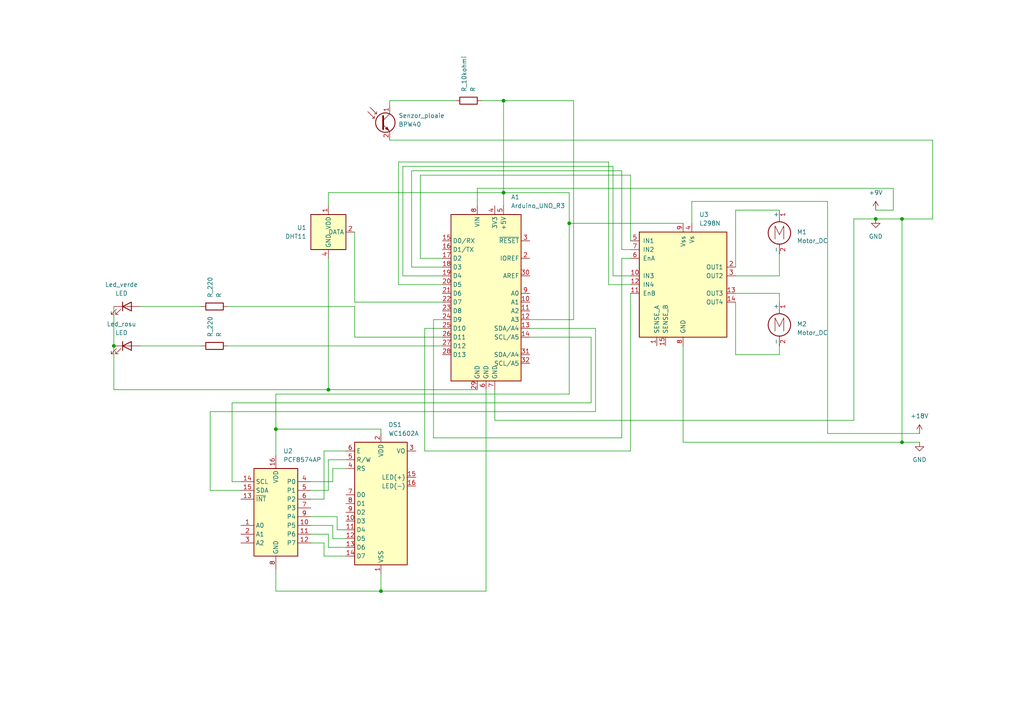
<source format=kicad_sch>
(kicad_sch (version 20250114) (generator "eeschema") (generator_version "9.0")
  (paper "A4")
  (lib_symbols
    (symbol "Device:LED" (pin_numbers (hide yes)) (pin_names (offset 1.016) (hide yes))
      (property "Reference" "D" (at 0 2.54 0))
      (property "Value" "LED" (at 0 -2.54 0))
      (symbol "LED_0_1"
        (polyline (pts (xy -3.048 -0.762) (xy -4.572 -2.286) (xy -3.81 -2.286) (xy -4.572 -2.286) (xy -4.572 -1.524)))
        (polyline (pts (xy -1.778 -0.762) (xy -3.302 -2.286) (xy -2.54 -2.286) (xy -3.302 -2.286) (xy -3.302 -1.524)))
        (polyline (pts (xy -1.27 0) (xy 1.27 0)))
        (polyline (pts (xy -1.27 -1.27) (xy -1.27 1.27)) (stroke (width 0.254)))
        (polyline (pts (xy 1.27 -1.27) (xy 1.27 1.27) (xy -1.27 0) (xy 1.27 -1.27)) (stroke (width 0.254)))
      )
      (symbol "LED_1_1"
        (pin passive line (at -3.81 0 0) (length 2.54) (name "K") (number "1"))
        (pin passive line (at 3.81 0 180) (length 2.54) (name "A") (number "2"))
      )
    )
    (symbol "Device:R" (pin_numbers (hide yes)) (pin_names (offset 0))
      (property "Reference" "R" (at 2.032 0 90))
      (property "Value" "R" (at 0 0 90))
      (symbol "R_0_1"
        (rectangle (start -1.016 -2.54) (end 1.016 2.54) (stroke (width 0.254)))
      )
      (symbol "R_1_1"
        (pin passive line (at 0 3.81 270) (length 1.27) (name "~") (number "1"))
        (pin passive line (at 0 -3.81 90) (length 1.27) (name "~") (number "2"))
      )
    )
    (symbol "Display_Character:WC1602A"
      (property "Reference" "DS" (at -5.842 19.05 0))
      (property "Value" "WC1602A" (at 5.334 19.05 0))
      (symbol "WC1602A_1_1"
        (rectangle (start -7.62 17.78) (end 7.62 -17.78) (stroke (width 0.254)) (fill (type background)))
        (pin input line (at -10.16 15.24 0) (length 2.54) (name "E") (number "6"))
        (pin input line (at -10.16 12.7 0) (length 2.54) (name "R/W") (number "5"))
        (pin input line (at -10.16 10.16 0) (length 2.54) (name "RS") (number "4"))
        (pin input line (at -10.16 2.54 0) (length 2.54) (name "D0") (number "7"))
        (pin input line (at -10.16 0 0) (length 2.54) (name "D1") (number "8"))
        (pin input line (at -10.16 -2.54 0) (length 2.54) (name "D2") (number "9"))
        (pin input line (at -10.16 -5.08 0) (length 2.54) (name "D3") (number "10"))
        (pin input line (at -10.16 -7.62 0) (length 2.54) (name "D4") (number "11"))
        (pin input line (at -10.16 -10.16 0) (length 2.54) (name "D5") (number "12"))
        (pin input line (at -10.16 -12.7 0) (length 2.54) (name "D6") (number "13"))
        (pin input line (at -10.16 -15.24 0) (length 2.54) (name "D7") (number "14"))
        (pin power_in line (at 0 20.32 270) (length 2.54) (name "VDD") (number "2"))
        (pin power_in line (at 0 -20.32 90) (length 2.54) (name "VSS") (number "1"))
        (pin input line (at 10.16 15.24 180) (length 2.54) (name "VO") (number "3"))
        (pin power_in line (at 10.16 7.62 180) (length 2.54) (name "LED(+)") (number "15"))
        (pin power_in line (at 10.16 5.08 180) (length 2.54) (name "LED(-)") (number "16"))
      )
    )
    (symbol "Driver_Motor:L298N" (pin_names (offset 1.016))
      (property "Reference" "U" (at -10.16 16.51 0))
      (property "Value" "L298N" (at 12.7 16.51 0))
      (symbol "L298N_0_1"
        (rectangle (start -12.7 15.24) (end 12.7 -15.24) (stroke (width 0.254)) (fill (type background)))
      )
      (symbol "L298N_1_1"
        (pin input line (at -15.24 12.7 0) (length 2.54) (name "IN1") (number "5"))
        (pin input line (at -15.24 10.16 0) (length 2.54) (name "IN2") (number "7"))
        (pin input line (at -15.24 7.62 0) (length 2.54) (name "EnA") (number "6"))
        (pin input line (at -15.24 2.54 0) (length 2.54) (name "IN3") (number "10"))
        (pin input line (at -15.24 0 0) (length 2.54) (name "IN4") (number "12"))
        (pin input line (at -15.24 -2.54 0) (length 2.54) (name "EnB") (number "11"))
        (pin power_in line (at -7.62 -17.78 90) (length 2.54) (name "SENSE_A") (number "1"))
        (pin power_in line (at -5.08 -17.78 90) (length 2.54) (name "SENSE_B") (number "15"))
        (pin power_in line (at 0 17.78 270) (length 2.54) (name "Vss") (number "9"))
        (pin power_in line (at 0 -17.78 90) (length 2.54) (name "GND") (number "8"))
        (pin power_in line (at 2.54 17.78 270) (length 2.54) (name "Vs") (number "4"))
        (pin output line (at 15.24 5.08 180) (length 2.54) (name "OUT1") (number "2"))
        (pin output line (at 15.24 2.54 180) (length 2.54) (name "OUT2") (number "3"))
        (pin output line (at 15.24 -2.54 180) (length 2.54) (name "OUT3") (number "13"))
        (pin output line (at 15.24 -5.08 180) (length 2.54) (name "OUT4") (number "14"))
      )
    )
    (symbol "Interface_Expansion:PCF8574AP"
      (property "Reference" "U" (at -6.35 12.954 0))
      (property "Value" "PCF8574AP" (at 3.048 12.954 0))
      (symbol "PCF8574AP_0_1"
        (rectangle (start -6.35 -13.97) (end 6.35 11.43) (stroke (width 0.254)) (fill (type background)))
      )
      (symbol "PCF8574AP_1_1"
        (pin input line (at -10.16 7.62 0) (length 3.81) (name "SCL") (number "14"))
        (pin bidirectional line (at -10.16 5.08 0) (length 3.81) (name "SDA") (number "15"))
        (pin open_collector line (at -10.16 2.54 0) (length 3.81) (name "~{INT}") (number "13"))
        (pin input line (at -10.16 -5.08 0) (length 3.81) (name "A0") (number "1"))
        (pin input line (at -10.16 -7.62 0) (length 3.81) (name "A1") (number "2"))
        (pin input line (at -10.16 -10.16 0) (length 3.81) (name "A2") (number "3"))
        (pin power_in line (at 0 15.24 270) (length 3.81) (name "VDD") (number "16"))
        (pin power_in line (at 0 -17.78 90) (length 3.81) (name "GND") (number "8"))
        (pin bidirectional line (at 10.16 7.62 180) (length 3.81) (name "P0") (number "4"))
        (pin bidirectional line (at 10.16 5.08 180) (length 3.81) (name "P1") (number "5"))
        (pin bidirectional line (at 10.16 2.54 180) (length 3.81) (name "P2") (number "6"))
        (pin bidirectional line (at 10.16 0 180) (length 3.81) (name "P3") (number "7"))
        (pin bidirectional line (at 10.16 -2.54 180) (length 3.81) (name "P4") (number "9"))
        (pin bidirectional line (at 10.16 -5.08 180) (length 3.81) (name "P5") (number "10"))
        (pin bidirectional line (at 10.16 -7.62 180) (length 3.81) (name "P6") (number "11"))
        (pin bidirectional line (at 10.16 -10.16 180) (length 3.81) (name "P7") (number "12"))
      )
    )
    (symbol "MCU_Module:Arduino_UNO_R3"
      (property "Reference" "A" (at -10.16 23.495 0))
      (property "Value" "Arduino_UNO_R3" (at 5.08 -26.67 0))
      (symbol "Arduino_UNO_R3_0_1"
        (rectangle (start -10.16 22.86) (end 10.16 -25.4) (stroke (width 0.254)) (fill (type background)))
      )
      (symbol "Arduino_UNO_R3_1_1"
        (pin bidirectional line (at -12.7 15.24 0) (length 2.54) (name "D0/RX") (number "15"))
        (pin bidirectional line (at -12.7 12.7 0) (length 2.54) (name "D1/TX") (number "16"))
        (pin bidirectional line (at -12.7 10.16 0) (length 2.54) (name "D2") (number "17"))
        (pin bidirectional line (at -12.7 7.62 0) (length 2.54) (name "D3") (number "18"))
        (pin bidirectional line (at -12.7 5.08 0) (length 2.54) (name "D4") (number "19"))
        (pin bidirectional line (at -12.7 2.54 0) (length 2.54) (name "D5") (number "20"))
        (pin bidirectional line (at -12.7 0 0) (length 2.54) (name "D6") (number "21"))
        (pin bidirectional line (at -12.7 -2.54 0) (length 2.54) (name "D7") (number "22"))
        (pin bidirectional line (at -12.7 -5.08 0) (length 2.54) (name "D8") (number "23"))
        (pin bidirectional line (at -12.7 -7.62 0) (length 2.54) (name "D9") (number "24"))
        (pin bidirectional line (at -12.7 -10.16 0) (length 2.54) (name "D10") (number "25"))
        (pin bidirectional line (at -12.7 -12.7 0) (length 2.54) (name "D11") (number "26"))
        (pin bidirectional line (at -12.7 -15.24 0) (length 2.54) (name "D12") (number "27"))
        (pin bidirectional line (at -12.7 -17.78 0) (length 2.54) (name "D13") (number "28"))
        (pin no_connect line (at -10.16 -20.32 0) (length 2.54) (hide yes) (name "NC") (number "1"))
        (pin power_in line (at -2.54 25.4 270) (length 2.54) (name "VIN") (number "8"))
        (pin power_in line (at -2.54 -27.94 90) (length 2.54) (name "GND") (number "29"))
        (pin power_in line (at 0 -27.94 90) (length 2.54) (name "GND") (number "6"))
        (pin power_out line (at 2.54 25.4 270) (length 2.54) (name "3V3") (number "4"))
        (pin power_in line (at 2.54 -27.94 90) (length 2.54) (name "GND") (number "7"))
        (pin power_out line (at 5.08 25.4 270) (length 2.54) (name "+5V") (number "5"))
        (pin input line (at 12.7 15.24 180) (length 2.54) (name "~{RESET}") (number "3"))
        (pin output line (at 12.7 10.16 180) (length 2.54) (name "IOREF") (number "2"))
        (pin input line (at 12.7 5.08 180) (length 2.54) (name "AREF") (number "30"))
        (pin bidirectional line (at 12.7 0 180) (length 2.54) (name "A0") (number "9"))
        (pin bidirectional line (at 12.7 -2.54 180) (length 2.54) (name "A1") (number "10"))
        (pin bidirectional line (at 12.7 -5.08 180) (length 2.54) (name "A2") (number "11"))
        (pin bidirectional line (at 12.7 -7.62 180) (length 2.54) (name "A3") (number "12"))
        (pin bidirectional line (at 12.7 -10.16 180) (length 2.54) (name "SDA/A4") (number "13"))
        (pin bidirectional line (at 12.7 -12.7 180) (length 2.54) (name "SCL/A5") (number "14"))
        (pin bidirectional line (at 12.7 -17.78 180) (length 2.54) (name "SDA/A4") (number "31"))
        (pin bidirectional line (at 12.7 -20.32 180) (length 2.54) (name "SCL/A5") (number "32"))
      )
    )
    (symbol "Motor:Motor_DC" (pin_names (offset 0))
      (property "Reference" "M" (at 2.54 2.54 0))
      (property "Value" "Motor_DC" (at 2.54 -5.08 0))
      (symbol "Motor_DC_0_0"
        (polyline (pts (xy -1.27 -3.302) (xy -1.27 0.508) (xy 0 -2.032) (xy 1.27 0.508) (xy 1.27 -3.302)))
      )
      (symbol "Motor_DC_0_1"
        (polyline (pts (xy 0 2.032) (xy 0 2.54)))
        (polyline (pts (xy 0 1.7272) (xy 0 2.0828)))
        (circle (center 0 -1.524) (radius 3.2512) (stroke (width 0.254)))
        (polyline (pts (xy 0 -4.7752) (xy 0 -5.1816)))
        (polyline (pts (xy 0 -7.62) (xy 0 -7.112)))
      )
      (symbol "Motor_DC_1_1"
        (pin passive line (at 0 5.08 270) (length 2.54) (name "+") (number "1"))
        (pin passive line (at 0 -7.62 90) (length 2.54) (name "-") (number "2"))
      )
    )
    (symbol "Sensor:DHT11"
      (property "Reference" "U" (at -3.81 6.35 0))
      (property "Value" "DHT11" (at 3.81 6.35 0))
      (symbol "DHT11_0_1"
        (rectangle (start -5.08 5.08) (end 5.08 -5.08) (stroke (width 0.254)) (fill (type background)))
      )
      (symbol "DHT11_1_1"
        (pin no_connect line (at -5.08 0 0) (length 2.54) (hide yes) (name "NC") (number "3"))
        (pin power_in line (at 0 7.62 270) (length 2.54) (name "VDD") (number "1"))
        (pin power_in line (at 0 -7.62 90) (length 2.54) (name "GND") (number "4"))
        (pin bidirectional line (at 7.62 0 180) (length 2.54) (name "DATA") (number "2"))
      )
    )
    (symbol "Sensor_Optical:BPW40" (pin_names (offset 0) (hide yes))
      (property "Reference" "Q" (at 5.08 1.27 0))
      (property "Value" "BPW40" (at 5.08 -1.27 0))
      (symbol "BPW40_0_1"
        (polyline (pts (xy -3.81 3.175) (xy -1.905 1.27) (xy -1.905 1.905)))
        (polyline (pts (xy -3.175 4.445) (xy -1.27 2.54) (xy -1.27 3.175)))
        (polyline (pts (xy -1.905 1.27) (xy -2.54 1.27)))
        (polyline (pts (xy -1.27 2.54) (xy -1.905 2.54)))
        (polyline (pts (xy 0.635 1.905) (xy 0.635 -1.905) (xy 0.635 -1.905)) (stroke (width 0.508)))
        (polyline (pts (xy 0.635 0.635) (xy 2.54 2.54)))
        (polyline (pts (xy 0.635 -0.635) (xy 2.54 -2.54) (xy 2.54 -2.54)))
        (circle (center 1.27 0) (radius 2.8194) (stroke (width 0.254)))
        (polyline (pts (xy 1.27 -1.778) (xy 1.778 -1.27) (xy 2.286 -2.286) (xy 1.27 -1.778) (xy 1.27 -1.778)) (fill (type outline)))
      )
      (symbol "BPW40_1_1"
        (pin passive line (at 2.54 5.08 270) (length 2.54) (name "C") (number "1"))
        (pin passive line (at 2.54 -5.08 90) (length 2.54) (name "E") (number "2"))
      )
    )
    (symbol "power:+9V" (power) (pin_numbers (hide yes)) (pin_names (offset 0) (hide yes))
      (property "Value" "+9V" (at 0 3.556 0))
      (symbol "+9V_0_1"
        (polyline (pts (xy -0.762 1.27) (xy 0 2.54)))
        (polyline (pts (xy 0 2.54) (xy 0.762 1.27)))
        (polyline (pts (xy 0 0) (xy 0 2.54)))
      )
      (symbol "+9V_1_1"
        (pin power_in line (at 0 0 90) (length 0) (name "~") (number "1"))
      )
    )
    (symbol "power:GND" (power) (pin_numbers (hide yes)) (pin_names (offset 0) (hide yes))
      (property "Value" "GND" (at 0 -3.81 0))
      (symbol "GND_0_1"
        (polyline (pts (xy 0 0) (xy 0 -1.27) (xy 1.27 -1.27) (xy 0 -2.54) (xy -1.27 -1.27) (xy 0 -1.27)))
      )
      (symbol "GND_1_1"
        (pin power_in line (at 0 0 270) (length 0) (name "~") (number "1"))
      )
    )
  )
  (junction (at 33.02 100.33))
  (junction (at 146.05 55.88))
  (junction (at 254 63.5))
  (junction (at 95.25 113.03))
  (junction (at 80.01 124.46))
  (junction (at 261.62 128.27))
  (junction (at 261.62 63.5))
  (junction (at 110.49 171.45))
  (junction (at 146.05 29.21))
  (junction (at 165.1 64.77))
  (wire (pts (xy 95.25 154.94) (xy 95.25 158.75)))
  (wire (pts (xy 261.62 63.5) (xy 254 63.5)))
  (wire (pts (xy 128.27 82.55) (xy 115.57 82.55)))
  (wire (pts (xy 102.87 88.9) (xy 102.87 97.79)))
  (wire (pts (xy 97.79 149.86) (xy 97.79 153.67)))
  (wire (pts (xy 200.66 58.42) (xy 240.03 58.42)))
  (wire (pts (xy 93.98 157.48) (xy 93.98 161.29)))
  (wire (pts (xy 128.27 77.47) (xy 119.38 77.47)))
  (wire (pts (xy 128.27 74.93) (xy 121.92 74.93)))
  (wire (pts (xy 102.87 87.63) (xy 102.87 67.31)))
  (wire (pts (xy 67.31 116.84) (xy 67.31 139.7)))
  (wire (pts (xy 80.01 132.08) (xy 80.01 124.46)))
  (wire (pts (xy 261.62 128.27) (xy 266.7 128.27)))
  (wire (pts (xy 90.17 139.7) (xy 96.52 139.7)))
  (wire (pts (xy 33.02 113.03) (xy 95.25 113.03)))
  (wire (pts (xy 90.17 157.48) (xy 93.98 157.48)))
  (wire (pts (xy 96.52 135.89) (xy 100.33 135.89)))
  (wire (pts (xy 90.17 144.78) (xy 93.98 144.78)))
  (wire (pts (xy 119.38 49.53) (xy 180.34 49.53)))
  (wire (pts (xy 247.65 63.5) (xy 254 63.5)))
  (wire (pts (xy 40.64 88.9) (xy 58.42 88.9)))
  (wire (pts (xy 60.96 142.24) (xy 69.85 142.24)))
  (wire (pts (xy 259.08 54.61) (xy 259.08 60.96)))
  (wire (pts (xy 96.52 156.21) (xy 100.33 156.21)))
  (wire (pts (xy 177.8 80.01) (xy 182.88 80.01)))
  (wire (pts (xy 93.98 161.29) (xy 100.33 161.29)))
  (wire (pts (xy 116.84 80.01) (xy 116.84 48.26)))
  (wire (pts (xy 213.36 80.01) (xy 226.06 80.01)))
  (wire (pts (xy 121.92 74.93) (xy 121.92 50.8)))
  (wire (pts (xy 80.01 124.46) (xy 80.01 114.3)))
  (wire (pts (xy 153.67 92.71) (xy 166.37 92.71)))
  (wire (pts (xy 128.27 92.71) (xy 125.73 92.71)))
  (wire (pts (xy 176.53 82.55) (xy 182.88 82.55)))
  (wire (pts (xy 80.01 114.3) (xy 165.1 114.3)))
  (wire (pts (xy 128.27 95.25) (xy 123.19 95.25)))
  (wire (pts (xy 96.52 152.4) (xy 96.52 156.21)))
  (wire (pts (xy 165.1 64.77) (xy 165.1 114.3)))
  (wire (pts (xy 95.25 55.88) (xy 146.05 55.88)))
  (wire (pts (xy 182.88 50.8) (xy 182.88 69.85)))
  (wire (pts (xy 113.03 29.21) (xy 132.08 29.21)))
  (wire (pts (xy 110.49 171.45) (xy 140.97 171.45)))
  (wire (pts (xy 213.36 85.09) (xy 226.06 85.09)))
  (wire (pts (xy 66.04 88.9) (xy 102.87 88.9)))
  (wire (pts (xy 60.96 119.38) (xy 60.96 142.24)))
  (wire (pts (xy 172.72 119.38) (xy 60.96 119.38)))
  (wire (pts (xy 80.01 171.45) (xy 110.49 171.45)))
  (wire (pts (xy 110.49 166.37) (xy 110.49 171.45)))
  (wire (pts (xy 33.02 100.33) (xy 33.02 113.03)))
  (wire (pts (xy 66.04 100.33) (xy 128.27 100.33)))
  (wire (pts (xy 128.27 87.63) (xy 102.87 87.63)))
  (wire (pts (xy 146.05 29.21) (xy 146.05 55.88)))
  (wire (pts (xy 176.53 46.99) (xy 176.53 82.55)))
  (wire (pts (xy 90.17 142.24) (xy 95.25 142.24)))
  (wire (pts (xy 180.34 74.93) (xy 182.88 74.93)))
  (wire (pts (xy 90.17 154.94) (xy 95.25 154.94)))
  (wire (pts (xy 97.79 153.67) (xy 100.33 153.67)))
  (wire (pts (xy 213.36 77.47) (xy 213.36 60.96)))
  (wire (pts (xy 226.06 85.09) (xy 226.06 87.63)))
  (wire (pts (xy 270.51 63.5) (xy 261.62 63.5)))
  (wire (pts (xy 95.25 113.03) (xy 138.43 113.03)))
  (wire (pts (xy 95.25 59.69) (xy 95.25 55.88)))
  (wire (pts (xy 261.62 63.5) (xy 261.62 128.27)))
  (wire (pts (xy 115.57 82.55) (xy 115.57 46.99)))
  (wire (pts (xy 125.73 92.71) (xy 125.73 127)))
  (wire (pts (xy 140.97 171.45) (xy 140.97 113.03)))
  (wire (pts (xy 93.98 144.78) (xy 93.98 130.81)))
  (wire (pts (xy 182.88 130.81) (xy 182.88 85.09)))
  (wire (pts (xy 240.03 125.73) (xy 266.7 125.73)))
  (wire (pts (xy 80.01 124.46) (xy 110.49 124.46)))
  (wire (pts (xy 213.36 87.63) (xy 213.36 102.87)))
  (wire (pts (xy 172.72 95.25) (xy 172.72 119.38)))
  (wire (pts (xy 123.19 95.25) (xy 123.19 130.81)))
  (wire (pts (xy 200.66 64.77) (xy 200.66 58.42)))
  (wire (pts (xy 146.05 55.88) (xy 146.05 59.69)))
  (wire (pts (xy 96.52 139.7) (xy 96.52 135.89)))
  (wire (pts (xy 138.43 59.69) (xy 138.43 54.61)))
  (wire (pts (xy 95.25 158.75) (xy 100.33 158.75)))
  (wire (pts (xy 240.03 58.42) (xy 240.03 125.73)))
  (wire (pts (xy 171.45 116.84) (xy 67.31 116.84)))
  (wire (pts (xy 153.67 97.79) (xy 171.45 97.79)))
  (wire (pts (xy 119.38 77.47) (xy 119.38 49.53)))
  (wire (pts (xy 177.8 48.26) (xy 177.8 80.01)))
  (wire (pts (xy 123.19 130.81) (xy 182.88 130.81)))
  (wire (pts (xy 93.98 130.81) (xy 100.33 130.81)))
  (wire (pts (xy 259.08 60.96) (xy 254 60.96)))
  (wire (pts (xy 198.12 128.27) (xy 261.62 128.27)))
  (wire (pts (xy 143.51 113.03) (xy 143.51 121.92)))
  (wire (pts (xy 90.17 149.86) (xy 97.79 149.86)))
  (wire (pts (xy 165.1 55.88) (xy 165.1 64.77)))
  (wire (pts (xy 180.34 127) (xy 180.34 74.93)))
  (wire (pts (xy 166.37 92.71) (xy 166.37 29.21)))
  (wire (pts (xy 80.01 165.1) (xy 80.01 171.45)))
  (wire (pts (xy 95.25 74.93) (xy 95.25 113.03)))
  (wire (pts (xy 90.17 152.4) (xy 96.52 152.4)))
  (wire (pts (xy 213.36 102.87) (xy 226.06 102.87)))
  (wire (pts (xy 153.67 95.25) (xy 172.72 95.25)))
  (wire (pts (xy 270.51 40.64) (xy 270.51 63.5)))
  (wire (pts (xy 138.43 54.61) (xy 259.08 54.61)))
  (wire (pts (xy 113.03 40.64) (xy 270.51 40.64)))
  (wire (pts (xy 67.31 139.7) (xy 69.85 139.7)))
  (wire (pts (xy 128.27 80.01) (xy 116.84 80.01)))
  (wire (pts (xy 33.02 88.9) (xy 33.02 100.33)))
  (wire (pts (xy 166.37 29.21) (xy 146.05 29.21)))
  (wire (pts (xy 165.1 55.88) (xy 146.05 55.88)))
  (wire (pts (xy 213.36 60.96) (xy 226.06 60.96)))
  (wire (pts (xy 226.06 80.01) (xy 226.06 73.66)))
  (wire (pts (xy 198.12 64.77) (xy 165.1 64.77)))
  (wire (pts (xy 247.65 121.92) (xy 247.65 63.5)))
  (wire (pts (xy 143.51 121.92) (xy 247.65 121.92)))
  (wire (pts (xy 180.34 49.53) (xy 180.34 72.39)))
  (wire (pts (xy 226.06 102.87) (xy 226.06 100.33)))
  (wire (pts (xy 95.25 133.35) (xy 100.33 133.35)))
  (wire (pts (xy 121.92 50.8) (xy 182.88 50.8)))
  (wire (pts (xy 125.73 127) (xy 180.34 127)))
  (wire (pts (xy 139.7 29.21) (xy 146.05 29.21)))
  (wire (pts (xy 40.64 100.33) (xy 58.42 100.33)))
  (wire (pts (xy 110.49 124.46) (xy 110.49 125.73)))
  (wire (pts (xy 115.57 46.99) (xy 176.53 46.99)))
  (wire (pts (xy 102.87 97.79) (xy 128.27 97.79)))
  (wire (pts (xy 171.45 97.79) (xy 171.45 116.84)))
  (wire (pts (xy 198.12 100.33) (xy 198.12 128.27)))
  (wire (pts (xy 95.25 142.24) (xy 95.25 133.35)))
  (wire (pts (xy 116.84 48.26) (xy 177.8 48.26)))
  (wire (pts (xy 180.34 72.39) (xy 182.88 72.39)))
  (wire (pts (xy 113.03 30.48) (xy 113.03 29.21)))
  (symbol (lib_id "Sensor_Optical:BPW40") (at 110.49 35.56 0) (unit 1)
    (property "Reference" "Senzor_ploaie" (at 115.57 33.5406 0) (effects (justify left)))
    (property "Value" "BPW40" (at 115.57 36.0806 0) (effects (justify left)))
    (property "Footprint" "LED_THT:LED_D5.0mm_Clear" (effects (hide yes)))
    (property "Datasheet" "https://www.rcscomponents.kiev.ua/datasheets/bpw40.pdf" (effects (hide yes)))
    (property "Description" "Phototransistor NPN" (effects (hide yes)))
  )
  (symbol (lib_id "Device:R") (at 62.23 100.33 90) (unit 1)
    (property "Reference" "R_220" (at 60.9599 97.79 0) (effects (justify left)))
    (property "Value" "R" (at 63.4999 97.79 0) (effects (justify left)))
    (property "Description" "Resistor" (effects (hide yes)))
  )
  (symbol (lib_id "Driver_Motor:L298N") (at 198.12 82.55 0) (unit 1)
    (property "Reference" "U3" (at 202.8033 62.23 0) (effects (justify left)))
    (property "Value" "L298N" (at 202.8033 64.77 0) (effects (justify left)))
    (property "Footprint" "Package_TO_SOT_THT:TO-220-15_P2.54x2.54mm_StaggerOdd_Lead4.58mm_Vertical" (effects (hide yes)))
    (property "Datasheet" "http://www.st.com/st-web-ui/static/active/en/resource/technical/document/datasheet/CD00000240.pdf" (effects (hide yes)))
    (property "Description" "Dual full bridge motor driver, up to 46V, 4A, Multiwatt15-V" (effects (hide yes)))
  )
  (symbol (lib_id "power:+9V") (at 266.7 125.73 0) (unit 1)
    (property "Reference" "#PWR03" (effects (hide yes)))
    (property "Value" "+18V" (at 266.7 120.65 0))
    (property "Description" "Power symbol creates a global label with name \"+9V\"" (effects (hide yes)))
  )
  (symbol (lib_id "MCU_Module:Arduino_UNO_R3") (at 140.97 85.09 0) (unit 1)
    (property "Reference" "A1" (at 148.1933 57.15 0) (effects (justify left)))
    (property "Value" "Arduino_UNO_R3" (at 148.1933 59.69 0) (effects (justify left)))
    (property "Footprint" "Module:Arduino_UNO_R3" (effects (hide yes)))
    (property "Datasheet" "https://www.arduino.cc/en/Main/arduinoBoardUno" (effects (hide yes)))
    (property "Description" "Arduino UNO Microcontroller Module, release 3" (effects (hide yes)))
  )
  (symbol (lib_id "power:GND") (at 266.7 128.27 0) (unit 1)
    (property "Reference" "#PWR05" (effects (hide yes)))
    (property "Value" "GND" (at 266.7 133.35 0))
    (property "Description" "Power symbol creates a global label with name \"GND\" , ground" (effects (hide yes)))
  )
  (symbol (lib_id "Device:LED") (at 36.83 88.9 0) (unit 1)
    (property "Reference" "Led_verde" (at 35.2425 82.55 0))
    (property "Value" "LED" (at 35.2425 85.09 0))
    (property "Description" "Light emitting diode" (effects (hide yes)))
    (property "Sim.Pins" "1=K 2=A" (effects (hide yes)))
  )
  (symbol (lib_id "Device:R") (at 135.89 29.21 90) (unit 1)
    (property "Reference" "R_10kohmi" (at 134.6199 26.67 0) (effects (justify left)))
    (property "Value" "R" (at 137.1599 26.67 0) (effects (justify left)))
    (property "Description" "Resistor" (effects (hide yes)))
  )
  (symbol (lib_id "Device:LED") (at 36.83 100.33 0) (unit 1)
    (property "Reference" "Led_rosu" (at 35.2425 93.98 0))
    (property "Value" "LED" (at 35.2425 96.52 0))
    (property "Description" "Light emitting diode" (effects (hide yes)))
    (property "Sim.Pins" "1=K 2=A" (effects (hide yes)))
  )
  (symbol (lib_id "Display_Character:WC1602A") (at 110.49 146.05 0) (unit 1)
    (property "Reference" "DS1" (at 112.6333 123.19 0) (effects (justify left)))
    (property "Value" "WC1602A" (at 112.6333 125.73 0) (effects (justify left)))
    (property "Footprint" "Display:WC1602A" (effects (hide yes)))
    (property "Datasheet" "http://www.wincomlcd.com/pdf/WC1602A-SFYLYHTC06.pdf" (effects (hide yes)))
    (property "Description" "LCD 16x2 Alphanumeric , 8 bit parallel bus, 5V VDD" (effects (hide yes)))
  )
  (symbol (lib_id "power:GND") (at 254 63.5 0) (unit 1)
    (property "Reference" "#PWR02" (effects (hide yes)))
    (property "Value" "GND" (at 254 68.58 0))
    (property "Description" "Power symbol creates a global label with name \"GND\" , ground" (effects (hide yes)))
  )
  (symbol (lib_id "Device:R") (at 62.23 88.9 90) (unit 1)
    (property "Reference" "R_220" (at 60.9599 86.36 0) (effects (justify left)))
    (property "Value" "R" (at 63.4999 86.36 0) (effects (justify left)))
    (property "Description" "Resistor" (effects (hide yes)))
  )
  (symbol (lib_id "Sensor:DHT11") (at 95.25 67.31 0) (unit 1)
    (property "Reference" "U1" (at 88.9 66.0399 0) (effects (justify right)))
    (property "Value" "DHT11" (at 88.9 68.5799 0) (effects (justify right)))
    (property "Footprint" "Sensor:Aosong_DHT11_5.5x12.0_P2.54mm" (effects (hide yes)))
    (property "Datasheet" "http://akizukidenshi.com/download/ds/aosong/DHT11.pdf" (effects (hide yes)))
    (property "Description" "3.3V to 5.5V, temperature and humidity module, DHT11" (effects (hide yes)))
  )
  (symbol (lib_id "Motor:Motor_DC") (at 226.06 92.71 0) (unit 1)
    (property "Reference" "M2" (at 231.14 93.9799 0) (effects (justify left)))
    (property "Value" "Motor_DC" (at 231.14 96.5199 0) (effects (justify left)))
    (property "Description" "DC Motor" (effects (hide yes)))
  )
  (symbol (lib_id "Interface_Expansion:PCF8574AP") (at 80.01 147.32 0) (unit 1)
    (property "Reference" "U2" (at 82.1533 130.81 0) (effects (justify left)))
    (property "Value" "PCF8574AP" (at 82.1533 133.35 0) (effects (justify left)))
    (property "Footprint" "Package_DIP:DIP-16_W7.62mm" (effects (hide yes)))
    (property "Datasheet" "http://www.nxp.com/docs/en/data-sheet/PCF8574_PCF8574A.pdf" (effects (hide yes)))
    (property "Description" "8 Bit Port/Expander to I2C Bus, fixed address bits 0b0111, DIP-16" (effects (hide yes)))
  )
  (symbol (lib_id "Motor:Motor_DC") (at 226.06 66.04 0) (unit 1)
    (property "Reference" "M1" (at 231.14 67.3099 0) (effects (justify left)))
    (property "Value" "Motor_DC" (at 231.14 69.8499 0) (effects (justify left)))
    (property "Description" "DC Motor" (effects (hide yes)))
  )
  (symbol (lib_id "power:+9V") (at 254 60.96 0) (unit 1)
    (property "Reference" "#PWR01" (effects (hide yes)))
    (property "Value" "+9V" (at 254 55.88 0))
    (property "Description" "Power symbol creates a global label with name \"+9V\"" (effects (hide yes)))
  )
)
</source>
